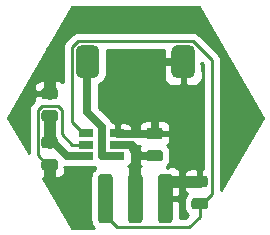
<source format=gbr>
%TF.GenerationSoftware,KiCad,Pcbnew,(5.1.6)-1*%
%TF.CreationDate,2021-11-11T19:19:45-05:00*%
%TF.ProjectId,sevenLEDboard,73657665-6e4c-4454-9462-6f6172642e6b,rev?*%
%TF.SameCoordinates,Original*%
%TF.FileFunction,Copper,L1,Top*%
%TF.FilePolarity,Positive*%
%FSLAX46Y46*%
G04 Gerber Fmt 4.6, Leading zero omitted, Abs format (unit mm)*
G04 Created by KiCad (PCBNEW (5.1.6)-1) date 2021-11-11 19:19:45*
%MOMM*%
%LPD*%
G01*
G04 APERTURE LIST*
%TA.AperFunction,SMDPad,CuDef*%
%ADD10R,1.220000X0.650000*%
%TD*%
%TA.AperFunction,ViaPad*%
%ADD11C,1.000000*%
%TD*%
%TA.AperFunction,Conductor*%
%ADD12C,0.650000*%
%TD*%
%TA.AperFunction,Conductor*%
%ADD13C,1.000000*%
%TD*%
%TA.AperFunction,Conductor*%
%ADD14C,0.250000*%
%TD*%
%TA.AperFunction,Conductor*%
%ADD15C,0.254000*%
%TD*%
G04 APERTURE END LIST*
%TO.P,L1,2*%
%TO.N,Net-(L1-Pad2)*%
%TA.AperFunction,SMDPad,CuDef*%
G36*
G01*
X142380000Y-73100000D02*
X142380000Y-74900000D01*
G75*
G02*
X141880000Y-75400000I-500000J0D01*
G01*
X140880000Y-75400000D01*
G75*
G02*
X140380000Y-74900000I0J500000D01*
G01*
X140380000Y-73100000D01*
G75*
G02*
X140880000Y-72600000I500000J0D01*
G01*
X141880000Y-72600000D01*
G75*
G02*
X142380000Y-73100000I0J-500000D01*
G01*
G37*
%TD.AperFunction*%
%TO.P,L1,1*%
%TO.N,VS*%
%TA.AperFunction,SMDPad,CuDef*%
G36*
G01*
X150480000Y-73100000D02*
X150480000Y-74900000D01*
G75*
G02*
X149980000Y-75400000I-500000J0D01*
G01*
X148980000Y-75400000D01*
G75*
G02*
X148480000Y-74900000I0J500000D01*
G01*
X148480000Y-73100000D01*
G75*
G02*
X148980000Y-72600000I500000J0D01*
G01*
X149980000Y-72600000D01*
G75*
G02*
X150480000Y-73100000I0J-500000D01*
G01*
G37*
%TD.AperFunction*%
%TD*%
%TO.P,J1,3*%
%TO.N,VS*%
%TA.AperFunction,SMDPad,CuDef*%
G36*
G01*
X147335000Y-87380500D02*
X147335000Y-83815500D01*
G75*
G02*
X147652500Y-83498000I317500J0D01*
G01*
X148287500Y-83498000D01*
G75*
G02*
X148605000Y-83815500I0J-317500D01*
G01*
X148605000Y-87380500D01*
G75*
G02*
X148287500Y-87698000I-317500J0D01*
G01*
X147652500Y-87698000D01*
G75*
G02*
X147335000Y-87380500I0J317500D01*
G01*
G37*
%TD.AperFunction*%
%TO.P,J1,2*%
%TO.N,GND*%
%TA.AperFunction,SMDPad,CuDef*%
G36*
G01*
X144795000Y-87380500D02*
X144795000Y-83815500D01*
G75*
G02*
X145112500Y-83498000I317500J0D01*
G01*
X145747500Y-83498000D01*
G75*
G02*
X146065000Y-83815500I0J-317500D01*
G01*
X146065000Y-87380500D01*
G75*
G02*
X145747500Y-87698000I-317500J0D01*
G01*
X145112500Y-87698000D01*
G75*
G02*
X144795000Y-87380500I0J317500D01*
G01*
G37*
%TD.AperFunction*%
%TO.P,J1,1*%
%TO.N,Net-(J1-Pad1)*%
%TA.AperFunction,SMDPad,CuDef*%
G36*
G01*
X142255000Y-87380500D02*
X142255000Y-83815500D01*
G75*
G02*
X142572500Y-83498000I317500J0D01*
G01*
X143207500Y-83498000D01*
G75*
G02*
X143525000Y-83815500I0J-317500D01*
G01*
X143525000Y-87380500D01*
G75*
G02*
X143207500Y-87698000I-317500J0D01*
G01*
X142572500Y-87698000D01*
G75*
G02*
X142255000Y-87380500I0J317500D01*
G01*
G37*
%TD.AperFunction*%
%TD*%
D10*
%TO.P,U1,6*%
%TO.N,Net-(C2-Pad1)*%
X141290000Y-81976000D03*
%TO.P,U1,5*%
%TO.N,Net-(D1-Pad2)*%
X141290000Y-81026000D03*
%TO.P,U1,4*%
%TO.N,Net-(J1-Pad1)*%
X141290000Y-80076000D03*
%TO.P,U1,3*%
%TO.N,VS*%
X143910000Y-80076000D03*
%TO.P,U1,2*%
%TO.N,GND*%
X143910000Y-81026000D03*
%TO.P,U1,1*%
%TO.N,Net-(L1-Pad2)*%
X143910000Y-81976000D03*
%TD*%
%TO.P,R2,2*%
%TO.N,Net-(D1-Pad2)*%
%TA.AperFunction,SMDPad,CuDef*%
G36*
G01*
X137719750Y-82238000D02*
X138632250Y-82238000D01*
G75*
G02*
X138876000Y-82481750I0J-243750D01*
G01*
X138876000Y-82969250D01*
G75*
G02*
X138632250Y-83213000I-243750J0D01*
G01*
X137719750Y-83213000D01*
G75*
G02*
X137476000Y-82969250I0J243750D01*
G01*
X137476000Y-82481750D01*
G75*
G02*
X137719750Y-82238000I243750J0D01*
G01*
G37*
%TD.AperFunction*%
%TO.P,R2,1*%
%TO.N,Net-(C2-Pad1)*%
%TA.AperFunction,SMDPad,CuDef*%
G36*
G01*
X137719750Y-80363000D02*
X138632250Y-80363000D01*
G75*
G02*
X138876000Y-80606750I0J-243750D01*
G01*
X138876000Y-81094250D01*
G75*
G02*
X138632250Y-81338000I-243750J0D01*
G01*
X137719750Y-81338000D01*
G75*
G02*
X137476000Y-81094250I0J243750D01*
G01*
X137476000Y-80606750D01*
G75*
G02*
X137719750Y-80363000I243750J0D01*
G01*
G37*
%TD.AperFunction*%
%TD*%
%TO.P,R1,2*%
%TO.N,VS*%
%TA.AperFunction,SMDPad,CuDef*%
G36*
G01*
X151332250Y-84640000D02*
X150419750Y-84640000D01*
G75*
G02*
X150176000Y-84396250I0J243750D01*
G01*
X150176000Y-83908750D01*
G75*
G02*
X150419750Y-83665000I243750J0D01*
G01*
X151332250Y-83665000D01*
G75*
G02*
X151576000Y-83908750I0J-243750D01*
G01*
X151576000Y-84396250D01*
G75*
G02*
X151332250Y-84640000I-243750J0D01*
G01*
G37*
%TD.AperFunction*%
%TO.P,R1,1*%
%TO.N,Net-(J1-Pad1)*%
%TA.AperFunction,SMDPad,CuDef*%
G36*
G01*
X151332250Y-86515000D02*
X150419750Y-86515000D01*
G75*
G02*
X150176000Y-86271250I0J243750D01*
G01*
X150176000Y-85783750D01*
G75*
G02*
X150419750Y-85540000I243750J0D01*
G01*
X151332250Y-85540000D01*
G75*
G02*
X151576000Y-85783750I0J-243750D01*
G01*
X151576000Y-86271250D01*
G75*
G02*
X151332250Y-86515000I-243750J0D01*
G01*
G37*
%TD.AperFunction*%
%TD*%
%TO.P,C2,2*%
%TO.N,GND*%
%TA.AperFunction,SMDPad,CuDef*%
G36*
G01*
X138632250Y-77195500D02*
X137719750Y-77195500D01*
G75*
G02*
X137476000Y-76951750I0J243750D01*
G01*
X137476000Y-76464250D01*
G75*
G02*
X137719750Y-76220500I243750J0D01*
G01*
X138632250Y-76220500D01*
G75*
G02*
X138876000Y-76464250I0J-243750D01*
G01*
X138876000Y-76951750D01*
G75*
G02*
X138632250Y-77195500I-243750J0D01*
G01*
G37*
%TD.AperFunction*%
%TO.P,C2,1*%
%TO.N,Net-(C2-Pad1)*%
%TA.AperFunction,SMDPad,CuDef*%
G36*
G01*
X138632250Y-79070500D02*
X137719750Y-79070500D01*
G75*
G02*
X137476000Y-78826750I0J243750D01*
G01*
X137476000Y-78339250D01*
G75*
G02*
X137719750Y-78095500I243750J0D01*
G01*
X138632250Y-78095500D01*
G75*
G02*
X138876000Y-78339250I0J-243750D01*
G01*
X138876000Y-78826750D01*
G75*
G02*
X138632250Y-79070500I-243750J0D01*
G01*
G37*
%TD.AperFunction*%
%TD*%
%TO.P,C1,2*%
%TO.N,GND*%
%TA.AperFunction,SMDPad,CuDef*%
G36*
G01*
X146609750Y-81476000D02*
X147522250Y-81476000D01*
G75*
G02*
X147766000Y-81719750I0J-243750D01*
G01*
X147766000Y-82207250D01*
G75*
G02*
X147522250Y-82451000I-243750J0D01*
G01*
X146609750Y-82451000D01*
G75*
G02*
X146366000Y-82207250I0J243750D01*
G01*
X146366000Y-81719750D01*
G75*
G02*
X146609750Y-81476000I243750J0D01*
G01*
G37*
%TD.AperFunction*%
%TO.P,C1,1*%
%TO.N,VS*%
%TA.AperFunction,SMDPad,CuDef*%
G36*
G01*
X146609750Y-79601000D02*
X147522250Y-79601000D01*
G75*
G02*
X147766000Y-79844750I0J-243750D01*
G01*
X147766000Y-80332250D01*
G75*
G02*
X147522250Y-80576000I-243750J0D01*
G01*
X146609750Y-80576000D01*
G75*
G02*
X146366000Y-80332250I0J243750D01*
G01*
X146366000Y-79844750D01*
G75*
G02*
X146609750Y-79601000I243750J0D01*
G01*
G37*
%TD.AperFunction*%
%TD*%
D11*
%TO.N,GND*%
X145430000Y-81500000D03*
X150200000Y-69880000D03*
X153162000Y-74676000D03*
X145430000Y-82916000D03*
%TO.N,Net-(D1-Pad2)*%
X138900000Y-84802200D03*
X140716000Y-87630000D03*
%TD*%
D12*
%TO.N,GND*%
X147066000Y-81963500D02*
X145430000Y-81963500D01*
X145170000Y-81026000D02*
X145430000Y-81286000D01*
X143910000Y-81026000D02*
X145170000Y-81026000D01*
D13*
X138176000Y-76708000D02*
X138176000Y-73470518D01*
D12*
X138176000Y-73470518D02*
X138176000Y-73044000D01*
X141340000Y-69880000D02*
X141055000Y-70165000D01*
X150200000Y-69880000D02*
X141340000Y-69880000D01*
X138176000Y-73044000D02*
X141055000Y-70165000D01*
X144956000Y-81026000D02*
X143910000Y-81026000D01*
X145430000Y-81500000D02*
X144956000Y-81026000D01*
X145893500Y-81963500D02*
X145430000Y-81500000D01*
X147066000Y-81963500D02*
X145893500Y-81963500D01*
D13*
X145430000Y-85598000D02*
X145430000Y-82916000D01*
D14*
%TO.N,VS*%
X146537500Y-80076000D02*
X146550000Y-80088500D01*
X143550000Y-80076000D02*
X146537500Y-80076000D01*
D12*
X143922500Y-80088500D02*
X143910000Y-80076000D01*
X147066000Y-80088500D02*
X143922500Y-80088500D01*
X147066000Y-80088500D02*
X147066000Y-74634000D01*
X147700000Y-74000000D02*
X149480000Y-74000000D01*
X147066000Y-74634000D02*
X147700000Y-74000000D01*
D13*
X150876000Y-84152500D02*
X147970000Y-84152500D01*
%TO.N,Net-(C2-Pad1)*%
X138176000Y-78583000D02*
X138176000Y-80850500D01*
D12*
X139684998Y-81976000D02*
X138559498Y-80850500D01*
X141290000Y-81976000D02*
X139684998Y-81976000D01*
D14*
%TO.N,Net-(D1-Pad2)*%
X140070000Y-81026000D02*
X141290000Y-81026000D01*
X139201010Y-80157010D02*
X140070000Y-81026000D01*
X139201010Y-78103660D02*
X139201010Y-80157010D01*
X138855340Y-77757990D02*
X139201010Y-78103660D01*
X137150990Y-78103660D02*
X137496660Y-77757990D01*
X137150990Y-81940990D02*
X137150990Y-78103660D01*
X137496660Y-77757990D02*
X138855340Y-77757990D01*
X137935500Y-82725500D02*
X137150990Y-81940990D01*
X138176000Y-82725500D02*
X137935500Y-82725500D01*
D13*
X138176000Y-84078200D02*
X138900000Y-84802200D01*
X138176000Y-82725500D02*
X138176000Y-84078200D01*
D12*
%TO.N,Net-(L1-Pad2)*%
X142650000Y-81976000D02*
X142600000Y-81926000D01*
X143910000Y-81976000D02*
X142650000Y-81976000D01*
X141380000Y-78285998D02*
X141380000Y-74000000D01*
X142600000Y-79505998D02*
X141380000Y-78285998D01*
X142600000Y-81926000D02*
X142600000Y-79505998D01*
D14*
%TO.N,Net-(J1-Pad1)*%
X150876000Y-86027500D02*
X151172500Y-86027500D01*
X151112500Y-86027500D02*
X150876000Y-86027500D01*
X151901010Y-85238990D02*
X151112500Y-86027500D01*
X151901010Y-73854268D02*
X151901010Y-85238990D01*
X150321732Y-72274990D02*
X151901010Y-73854268D01*
X140538268Y-72274990D02*
X150321732Y-72274990D01*
X140054990Y-72758268D02*
X140538268Y-72274990D01*
X140054990Y-79124990D02*
X140054990Y-72758268D01*
X141006000Y-80076000D02*
X140054990Y-79124990D01*
X141290000Y-80076000D02*
X141006000Y-80076000D01*
X150876000Y-87122000D02*
X150876000Y-86027500D01*
X143903010Y-88023010D02*
X149974990Y-88023010D01*
X142890000Y-87010000D02*
X143903010Y-88023010D01*
X149974990Y-88023010D02*
X150876000Y-87122000D01*
X142890000Y-85598000D02*
X142890000Y-87010000D01*
%TD*%
D15*
%TO.N,VS*%
G36*
X147845000Y-73714250D02*
G01*
X148003750Y-73873000D01*
X149353000Y-73873000D01*
X149353000Y-73853000D01*
X149607000Y-73853000D01*
X149607000Y-73873000D01*
X149627000Y-73873000D01*
X149627000Y-74127000D01*
X149607000Y-74127000D01*
X149607000Y-75876250D01*
X149765750Y-76035000D01*
X150480000Y-76038072D01*
X150604482Y-76025812D01*
X150724180Y-75989502D01*
X150834494Y-75930537D01*
X150931185Y-75851185D01*
X151010537Y-75754494D01*
X151069502Y-75644180D01*
X151105812Y-75524482D01*
X151118072Y-75400000D01*
X151115000Y-74285750D01*
X150956252Y-74127002D01*
X151098942Y-74127002D01*
X151141010Y-74169070D01*
X151141011Y-83050739D01*
X151003000Y-83188750D01*
X151003000Y-84025500D01*
X151023000Y-84025500D01*
X151023000Y-84279500D01*
X151003000Y-84279500D01*
X151003000Y-84299500D01*
X150749000Y-84299500D01*
X150749000Y-84279500D01*
X149699750Y-84279500D01*
X149541000Y-84438250D01*
X149537928Y-84640000D01*
X149550188Y-84764482D01*
X149586498Y-84884180D01*
X149645463Y-84994494D01*
X149724815Y-85091185D01*
X149802564Y-85154992D01*
X149796208Y-85160208D01*
X149686542Y-85293836D01*
X149605053Y-85446291D01*
X149554872Y-85611715D01*
X149537928Y-85783750D01*
X149537928Y-86271250D01*
X149554872Y-86443285D01*
X149605053Y-86608709D01*
X149686542Y-86761164D01*
X149796208Y-86894792D01*
X149923742Y-86999457D01*
X149674199Y-87249000D01*
X149242311Y-87249000D01*
X149240000Y-85883750D01*
X149081250Y-85725000D01*
X148097000Y-85725000D01*
X148097000Y-85745000D01*
X147843000Y-85745000D01*
X147843000Y-85725000D01*
X147823000Y-85725000D01*
X147823000Y-85471000D01*
X147843000Y-85471000D01*
X147843000Y-85451000D01*
X148097000Y-85451000D01*
X148097000Y-85471000D01*
X149081250Y-85471000D01*
X149240000Y-85312250D01*
X149242789Y-83665000D01*
X149537928Y-83665000D01*
X149541000Y-83866750D01*
X149699750Y-84025500D01*
X150749000Y-84025500D01*
X150749000Y-83188750D01*
X150590250Y-83030000D01*
X150176000Y-83026928D01*
X150051518Y-83039188D01*
X149931820Y-83075498D01*
X149821506Y-83134463D01*
X149724815Y-83213815D01*
X149645463Y-83310506D01*
X149586498Y-83420820D01*
X149550188Y-83540518D01*
X149537928Y-83665000D01*
X149242789Y-83665000D01*
X149243072Y-83498000D01*
X149230812Y-83373518D01*
X149194502Y-83253820D01*
X149135537Y-83143506D01*
X149056185Y-83046815D01*
X148959494Y-82967463D01*
X148849180Y-82908498D01*
X148729482Y-82872188D01*
X148605000Y-82859928D01*
X148255750Y-82863000D01*
X148097002Y-83021748D01*
X148097002Y-82870833D01*
X148145792Y-82830792D01*
X148255458Y-82697164D01*
X148336947Y-82544709D01*
X148387128Y-82379285D01*
X148404072Y-82207250D01*
X148404072Y-81719750D01*
X148387128Y-81547715D01*
X148336947Y-81382291D01*
X148255458Y-81229836D01*
X148145792Y-81096208D01*
X148139436Y-81090992D01*
X148217185Y-81027185D01*
X148296537Y-80930494D01*
X148355502Y-80820180D01*
X148391812Y-80700482D01*
X148404072Y-80576000D01*
X148401000Y-80374250D01*
X148242250Y-80215500D01*
X147193000Y-80215500D01*
X147193000Y-80235500D01*
X146939000Y-80235500D01*
X146939000Y-80215500D01*
X145889750Y-80215500D01*
X145802263Y-80302987D01*
X145705928Y-80223927D01*
X145539154Y-80134784D01*
X145358193Y-80079890D01*
X145217162Y-80066000D01*
X145217152Y-80066000D01*
X145170000Y-80061356D01*
X145155000Y-80062833D01*
X145155000Y-79948998D01*
X144996252Y-79948998D01*
X145155000Y-79790250D01*
X145158072Y-79751000D01*
X145145812Y-79626518D01*
X145138072Y-79601000D01*
X145727928Y-79601000D01*
X145731000Y-79802750D01*
X145889750Y-79961500D01*
X146939000Y-79961500D01*
X146939000Y-79124750D01*
X147193000Y-79124750D01*
X147193000Y-79961500D01*
X148242250Y-79961500D01*
X148401000Y-79802750D01*
X148404072Y-79601000D01*
X148391812Y-79476518D01*
X148355502Y-79356820D01*
X148296537Y-79246506D01*
X148217185Y-79149815D01*
X148120494Y-79070463D01*
X148010180Y-79011498D01*
X147890482Y-78975188D01*
X147766000Y-78962928D01*
X147351750Y-78966000D01*
X147193000Y-79124750D01*
X146939000Y-79124750D01*
X146780250Y-78966000D01*
X146366000Y-78962928D01*
X146241518Y-78975188D01*
X146121820Y-79011498D01*
X146011506Y-79070463D01*
X145914815Y-79149815D01*
X145835463Y-79246506D01*
X145776498Y-79356820D01*
X145740188Y-79476518D01*
X145727928Y-79601000D01*
X145138072Y-79601000D01*
X145109502Y-79506820D01*
X145050537Y-79396506D01*
X144971185Y-79299815D01*
X144874494Y-79220463D01*
X144764180Y-79161498D01*
X144644482Y-79125188D01*
X144520000Y-79112928D01*
X144195750Y-79116000D01*
X144037000Y-79274750D01*
X144037000Y-79949000D01*
X144057000Y-79949000D01*
X144057000Y-80062928D01*
X143763000Y-80062928D01*
X143763000Y-79949000D01*
X143783000Y-79949000D01*
X143783000Y-79274750D01*
X143624250Y-79116000D01*
X143479341Y-79114627D01*
X143402073Y-78970070D01*
X143282107Y-78823891D01*
X143245474Y-78793827D01*
X142340000Y-77888354D01*
X142340000Y-75938357D01*
X142512279Y-75846272D01*
X142684738Y-75704738D01*
X142826272Y-75532279D01*
X142896976Y-75400000D01*
X147841928Y-75400000D01*
X147854188Y-75524482D01*
X147890498Y-75644180D01*
X147949463Y-75754494D01*
X148028815Y-75851185D01*
X148125506Y-75930537D01*
X148235820Y-75989502D01*
X148355518Y-76025812D01*
X148480000Y-76038072D01*
X149194250Y-76035000D01*
X149353000Y-75876250D01*
X149353000Y-74127000D01*
X148003750Y-74127000D01*
X147845000Y-74285750D01*
X147841928Y-75400000D01*
X142896976Y-75400000D01*
X142931441Y-75335521D01*
X142996204Y-75122027D01*
X143018072Y-74900000D01*
X143018072Y-73100000D01*
X143011669Y-73034990D01*
X147843127Y-73034990D01*
X147845000Y-73714250D01*
G37*
X147845000Y-73714250D02*
X148003750Y-73873000D01*
X149353000Y-73873000D01*
X149353000Y-73853000D01*
X149607000Y-73853000D01*
X149607000Y-73873000D01*
X149627000Y-73873000D01*
X149627000Y-74127000D01*
X149607000Y-74127000D01*
X149607000Y-75876250D01*
X149765750Y-76035000D01*
X150480000Y-76038072D01*
X150604482Y-76025812D01*
X150724180Y-75989502D01*
X150834494Y-75930537D01*
X150931185Y-75851185D01*
X151010537Y-75754494D01*
X151069502Y-75644180D01*
X151105812Y-75524482D01*
X151118072Y-75400000D01*
X151115000Y-74285750D01*
X150956252Y-74127002D01*
X151098942Y-74127002D01*
X151141010Y-74169070D01*
X151141011Y-83050739D01*
X151003000Y-83188750D01*
X151003000Y-84025500D01*
X151023000Y-84025500D01*
X151023000Y-84279500D01*
X151003000Y-84279500D01*
X151003000Y-84299500D01*
X150749000Y-84299500D01*
X150749000Y-84279500D01*
X149699750Y-84279500D01*
X149541000Y-84438250D01*
X149537928Y-84640000D01*
X149550188Y-84764482D01*
X149586498Y-84884180D01*
X149645463Y-84994494D01*
X149724815Y-85091185D01*
X149802564Y-85154992D01*
X149796208Y-85160208D01*
X149686542Y-85293836D01*
X149605053Y-85446291D01*
X149554872Y-85611715D01*
X149537928Y-85783750D01*
X149537928Y-86271250D01*
X149554872Y-86443285D01*
X149605053Y-86608709D01*
X149686542Y-86761164D01*
X149796208Y-86894792D01*
X149923742Y-86999457D01*
X149674199Y-87249000D01*
X149242311Y-87249000D01*
X149240000Y-85883750D01*
X149081250Y-85725000D01*
X148097000Y-85725000D01*
X148097000Y-85745000D01*
X147843000Y-85745000D01*
X147843000Y-85725000D01*
X147823000Y-85725000D01*
X147823000Y-85471000D01*
X147843000Y-85471000D01*
X147843000Y-85451000D01*
X148097000Y-85451000D01*
X148097000Y-85471000D01*
X149081250Y-85471000D01*
X149240000Y-85312250D01*
X149242789Y-83665000D01*
X149537928Y-83665000D01*
X149541000Y-83866750D01*
X149699750Y-84025500D01*
X150749000Y-84025500D01*
X150749000Y-83188750D01*
X150590250Y-83030000D01*
X150176000Y-83026928D01*
X150051518Y-83039188D01*
X149931820Y-83075498D01*
X149821506Y-83134463D01*
X149724815Y-83213815D01*
X149645463Y-83310506D01*
X149586498Y-83420820D01*
X149550188Y-83540518D01*
X149537928Y-83665000D01*
X149242789Y-83665000D01*
X149243072Y-83498000D01*
X149230812Y-83373518D01*
X149194502Y-83253820D01*
X149135537Y-83143506D01*
X149056185Y-83046815D01*
X148959494Y-82967463D01*
X148849180Y-82908498D01*
X148729482Y-82872188D01*
X148605000Y-82859928D01*
X148255750Y-82863000D01*
X148097002Y-83021748D01*
X148097002Y-82870833D01*
X148145792Y-82830792D01*
X148255458Y-82697164D01*
X148336947Y-82544709D01*
X148387128Y-82379285D01*
X148404072Y-82207250D01*
X148404072Y-81719750D01*
X148387128Y-81547715D01*
X148336947Y-81382291D01*
X148255458Y-81229836D01*
X148145792Y-81096208D01*
X148139436Y-81090992D01*
X148217185Y-81027185D01*
X148296537Y-80930494D01*
X148355502Y-80820180D01*
X148391812Y-80700482D01*
X148404072Y-80576000D01*
X148401000Y-80374250D01*
X148242250Y-80215500D01*
X147193000Y-80215500D01*
X147193000Y-80235500D01*
X146939000Y-80235500D01*
X146939000Y-80215500D01*
X145889750Y-80215500D01*
X145802263Y-80302987D01*
X145705928Y-80223927D01*
X145539154Y-80134784D01*
X145358193Y-80079890D01*
X145217162Y-80066000D01*
X145217152Y-80066000D01*
X145170000Y-80061356D01*
X145155000Y-80062833D01*
X145155000Y-79948998D01*
X144996252Y-79948998D01*
X145155000Y-79790250D01*
X145158072Y-79751000D01*
X145145812Y-79626518D01*
X145138072Y-79601000D01*
X145727928Y-79601000D01*
X145731000Y-79802750D01*
X145889750Y-79961500D01*
X146939000Y-79961500D01*
X146939000Y-79124750D01*
X147193000Y-79124750D01*
X147193000Y-79961500D01*
X148242250Y-79961500D01*
X148401000Y-79802750D01*
X148404072Y-79601000D01*
X148391812Y-79476518D01*
X148355502Y-79356820D01*
X148296537Y-79246506D01*
X148217185Y-79149815D01*
X148120494Y-79070463D01*
X148010180Y-79011498D01*
X147890482Y-78975188D01*
X147766000Y-78962928D01*
X147351750Y-78966000D01*
X147193000Y-79124750D01*
X146939000Y-79124750D01*
X146780250Y-78966000D01*
X146366000Y-78962928D01*
X146241518Y-78975188D01*
X146121820Y-79011498D01*
X146011506Y-79070463D01*
X145914815Y-79149815D01*
X145835463Y-79246506D01*
X145776498Y-79356820D01*
X145740188Y-79476518D01*
X145727928Y-79601000D01*
X145138072Y-79601000D01*
X145109502Y-79506820D01*
X145050537Y-79396506D01*
X144971185Y-79299815D01*
X144874494Y-79220463D01*
X144764180Y-79161498D01*
X144644482Y-79125188D01*
X144520000Y-79112928D01*
X144195750Y-79116000D01*
X144037000Y-79274750D01*
X144037000Y-79949000D01*
X144057000Y-79949000D01*
X144057000Y-80062928D01*
X143763000Y-80062928D01*
X143763000Y-79949000D01*
X143783000Y-79949000D01*
X143783000Y-79274750D01*
X143624250Y-79116000D01*
X143479341Y-79114627D01*
X143402073Y-78970070D01*
X143282107Y-78823891D01*
X143245474Y-78793827D01*
X142340000Y-77888354D01*
X142340000Y-75938357D01*
X142512279Y-75846272D01*
X142684738Y-75704738D01*
X142826272Y-75532279D01*
X142896976Y-75400000D01*
X147841928Y-75400000D01*
X147854188Y-75524482D01*
X147890498Y-75644180D01*
X147949463Y-75754494D01*
X148028815Y-75851185D01*
X148125506Y-75930537D01*
X148235820Y-75989502D01*
X148355518Y-76025812D01*
X148480000Y-76038072D01*
X149194250Y-76035000D01*
X149353000Y-75876250D01*
X149353000Y-74127000D01*
X148003750Y-74127000D01*
X147845000Y-74285750D01*
X147841928Y-75400000D01*
X142896976Y-75400000D01*
X142931441Y-75335521D01*
X142996204Y-75122027D01*
X143018072Y-74900000D01*
X143018072Y-73100000D01*
X143011669Y-73034990D01*
X147843127Y-73034990D01*
X147845000Y-73714250D01*
%TO.N,GND*%
G36*
X145776498Y-81231820D02*
G01*
X145740188Y-81351518D01*
X145727928Y-81476000D01*
X145731000Y-81677750D01*
X145889750Y-81836500D01*
X146939000Y-81836500D01*
X146939000Y-82090500D01*
X145889750Y-82090500D01*
X145731000Y-82249250D01*
X145727928Y-82451000D01*
X145740188Y-82575482D01*
X145776498Y-82695180D01*
X145835463Y-82805494D01*
X145881461Y-82861542D01*
X145715750Y-82863000D01*
X145557000Y-83021750D01*
X145557000Y-85471000D01*
X145577000Y-85471000D01*
X145577000Y-85725000D01*
X145557000Y-85725000D01*
X145557000Y-85745000D01*
X145303000Y-85745000D01*
X145303000Y-85725000D01*
X145283000Y-85725000D01*
X145283000Y-85471000D01*
X145303000Y-85471000D01*
X145303000Y-83021750D01*
X145144250Y-82863000D01*
X144820952Y-82860156D01*
X144874494Y-82831537D01*
X144971185Y-82752185D01*
X145050537Y-82655494D01*
X145109502Y-82545180D01*
X145145812Y-82425482D01*
X145158072Y-82301000D01*
X145158072Y-81651000D01*
X145145812Y-81526518D01*
X145138071Y-81501000D01*
X145145812Y-81475482D01*
X145158072Y-81351000D01*
X145155000Y-81311750D01*
X144996252Y-81153002D01*
X145155000Y-81153002D01*
X145155000Y-81153000D01*
X145818629Y-81153000D01*
X145776498Y-81231820D01*
G37*
X145776498Y-81231820D02*
X145740188Y-81351518D01*
X145727928Y-81476000D01*
X145731000Y-81677750D01*
X145889750Y-81836500D01*
X146939000Y-81836500D01*
X146939000Y-82090500D01*
X145889750Y-82090500D01*
X145731000Y-82249250D01*
X145727928Y-82451000D01*
X145740188Y-82575482D01*
X145776498Y-82695180D01*
X145835463Y-82805494D01*
X145881461Y-82861542D01*
X145715750Y-82863000D01*
X145557000Y-83021750D01*
X145557000Y-85471000D01*
X145577000Y-85471000D01*
X145577000Y-85725000D01*
X145557000Y-85725000D01*
X145557000Y-85745000D01*
X145303000Y-85745000D01*
X145303000Y-85725000D01*
X145283000Y-85725000D01*
X145283000Y-85471000D01*
X145303000Y-85471000D01*
X145303000Y-83021750D01*
X145144250Y-82863000D01*
X144820952Y-82860156D01*
X144874494Y-82831537D01*
X144971185Y-82752185D01*
X145050537Y-82655494D01*
X145109502Y-82545180D01*
X145145812Y-82425482D01*
X145158072Y-82301000D01*
X145158072Y-81651000D01*
X145145812Y-81526518D01*
X145138071Y-81501000D01*
X145145812Y-81475482D01*
X145158072Y-81351000D01*
X145155000Y-81311750D01*
X144996252Y-81153002D01*
X145155000Y-81153002D01*
X145155000Y-81153000D01*
X145818629Y-81153000D01*
X145776498Y-81231820D01*
G36*
X156214914Y-78740000D02*
G01*
X152661010Y-84896080D01*
X152661010Y-73891590D01*
X152664686Y-73854267D01*
X152661010Y-73816944D01*
X152661010Y-73816935D01*
X152650013Y-73705282D01*
X152606556Y-73562021D01*
X152535984Y-73429992D01*
X152441011Y-73314267D01*
X152412014Y-73290470D01*
X150885536Y-71763993D01*
X150861733Y-71734989D01*
X150746008Y-71640016D01*
X150613979Y-71569444D01*
X150470718Y-71525987D01*
X150359065Y-71514990D01*
X150359054Y-71514990D01*
X150321732Y-71511314D01*
X150284410Y-71514990D01*
X140575590Y-71514990D01*
X140538267Y-71511314D01*
X140500944Y-71514990D01*
X140500935Y-71514990D01*
X140389282Y-71525987D01*
X140246021Y-71569444D01*
X140113992Y-71640016D01*
X139998267Y-71734989D01*
X139974464Y-71763993D01*
X139543988Y-72194469D01*
X139514990Y-72218267D01*
X139491192Y-72247265D01*
X139491191Y-72247266D01*
X139420016Y-72333992D01*
X139349444Y-72466022D01*
X139305988Y-72609283D01*
X139291314Y-72758268D01*
X139294991Y-72795600D01*
X139294991Y-75742894D01*
X139230494Y-75689963D01*
X139120180Y-75630998D01*
X139000482Y-75594688D01*
X138876000Y-75582428D01*
X138461750Y-75585500D01*
X138303000Y-75744250D01*
X138303000Y-76581000D01*
X138323000Y-76581000D01*
X138323000Y-76835000D01*
X138303000Y-76835000D01*
X138303000Y-76855000D01*
X138049000Y-76855000D01*
X138049000Y-76835000D01*
X136999750Y-76835000D01*
X136841000Y-76993750D01*
X136837928Y-77195500D01*
X136850188Y-77319982D01*
X136852441Y-77327408D01*
X136639988Y-77539861D01*
X136610990Y-77563659D01*
X136587192Y-77592657D01*
X136587191Y-77592658D01*
X136516016Y-77679384D01*
X136445444Y-77811414D01*
X136442442Y-77821312D01*
X136401989Y-77954673D01*
X136401988Y-77954675D01*
X136387314Y-78103660D01*
X136390991Y-78140992D01*
X136390990Y-81764260D01*
X134645085Y-78740000D01*
X136099592Y-76220500D01*
X136837928Y-76220500D01*
X136841000Y-76422250D01*
X136999750Y-76581000D01*
X138049000Y-76581000D01*
X138049000Y-75744250D01*
X137890250Y-75585500D01*
X137476000Y-75582428D01*
X137351518Y-75594688D01*
X137231820Y-75630998D01*
X137121506Y-75689963D01*
X137024815Y-75769315D01*
X136945463Y-75866006D01*
X136886498Y-75976320D01*
X136850188Y-76096018D01*
X136837928Y-76220500D01*
X136099592Y-76220500D01*
X140037068Y-69400000D01*
X150822933Y-69400000D01*
X156214914Y-78740000D01*
G37*
X156214914Y-78740000D02*
X152661010Y-84896080D01*
X152661010Y-73891590D01*
X152664686Y-73854267D01*
X152661010Y-73816944D01*
X152661010Y-73816935D01*
X152650013Y-73705282D01*
X152606556Y-73562021D01*
X152535984Y-73429992D01*
X152441011Y-73314267D01*
X152412014Y-73290470D01*
X150885536Y-71763993D01*
X150861733Y-71734989D01*
X150746008Y-71640016D01*
X150613979Y-71569444D01*
X150470718Y-71525987D01*
X150359065Y-71514990D01*
X150359054Y-71514990D01*
X150321732Y-71511314D01*
X150284410Y-71514990D01*
X140575590Y-71514990D01*
X140538267Y-71511314D01*
X140500944Y-71514990D01*
X140500935Y-71514990D01*
X140389282Y-71525987D01*
X140246021Y-71569444D01*
X140113992Y-71640016D01*
X139998267Y-71734989D01*
X139974464Y-71763993D01*
X139543988Y-72194469D01*
X139514990Y-72218267D01*
X139491192Y-72247265D01*
X139491191Y-72247266D01*
X139420016Y-72333992D01*
X139349444Y-72466022D01*
X139305988Y-72609283D01*
X139291314Y-72758268D01*
X139294991Y-72795600D01*
X139294991Y-75742894D01*
X139230494Y-75689963D01*
X139120180Y-75630998D01*
X139000482Y-75594688D01*
X138876000Y-75582428D01*
X138461750Y-75585500D01*
X138303000Y-75744250D01*
X138303000Y-76581000D01*
X138323000Y-76581000D01*
X138323000Y-76835000D01*
X138303000Y-76835000D01*
X138303000Y-76855000D01*
X138049000Y-76855000D01*
X138049000Y-76835000D01*
X136999750Y-76835000D01*
X136841000Y-76993750D01*
X136837928Y-77195500D01*
X136850188Y-77319982D01*
X136852441Y-77327408D01*
X136639988Y-77539861D01*
X136610990Y-77563659D01*
X136587192Y-77592657D01*
X136587191Y-77592658D01*
X136516016Y-77679384D01*
X136445444Y-77811414D01*
X136442442Y-77821312D01*
X136401989Y-77954673D01*
X136401988Y-77954675D01*
X136387314Y-78103660D01*
X136390991Y-78140992D01*
X136390990Y-81764260D01*
X134645085Y-78740000D01*
X136099592Y-76220500D01*
X136837928Y-76220500D01*
X136841000Y-76422250D01*
X136999750Y-76581000D01*
X138049000Y-76581000D01*
X138049000Y-75744250D01*
X137890250Y-75585500D01*
X137476000Y-75582428D01*
X137351518Y-75594688D01*
X137231820Y-75630998D01*
X137121506Y-75689963D01*
X137024815Y-75769315D01*
X136945463Y-75866006D01*
X136886498Y-75976320D01*
X136850188Y-76096018D01*
X136837928Y-76220500D01*
X136099592Y-76220500D01*
X140037068Y-69400000D01*
X150822933Y-69400000D01*
X156214914Y-78740000D01*
%TO.N,Net-(D1-Pad2)*%
G36*
X138323000Y-82852500D02*
G01*
X138303000Y-82852500D01*
X138303000Y-83689250D01*
X138461750Y-83848000D01*
X138876000Y-83851072D01*
X139000482Y-83838812D01*
X139120180Y-83802502D01*
X139230494Y-83743537D01*
X139327185Y-83664185D01*
X139406537Y-83567494D01*
X139465502Y-83457180D01*
X139501812Y-83337482D01*
X139514072Y-83213000D01*
X139511000Y-83011250D01*
X139389226Y-82889476D01*
X139496805Y-82922110D01*
X139637836Y-82936000D01*
X139637845Y-82936000D01*
X139684997Y-82940644D01*
X139732149Y-82936000D01*
X140648808Y-82936000D01*
X140680000Y-82939072D01*
X141900000Y-82939072D01*
X141973000Y-82931882D01*
X141973000Y-83077280D01*
X141896809Y-83139809D01*
X141777971Y-83284613D01*
X141689667Y-83449818D01*
X141635289Y-83629077D01*
X141616928Y-83815500D01*
X141616928Y-87380500D01*
X141635289Y-87566923D01*
X141689667Y-87746182D01*
X141777971Y-87911387D01*
X141896809Y-88056191D01*
X141925820Y-88080000D01*
X140037068Y-88080000D01*
X137595197Y-83850188D01*
X137890250Y-83848000D01*
X138049000Y-83689250D01*
X138049000Y-82852500D01*
X138029000Y-82852500D01*
X138029000Y-82727000D01*
X138323000Y-82727000D01*
X138323000Y-82852500D01*
G37*
X138323000Y-82852500D02*
X138303000Y-82852500D01*
X138303000Y-83689250D01*
X138461750Y-83848000D01*
X138876000Y-83851072D01*
X139000482Y-83838812D01*
X139120180Y-83802502D01*
X139230494Y-83743537D01*
X139327185Y-83664185D01*
X139406537Y-83567494D01*
X139465502Y-83457180D01*
X139501812Y-83337482D01*
X139514072Y-83213000D01*
X139511000Y-83011250D01*
X139389226Y-82889476D01*
X139496805Y-82922110D01*
X139637836Y-82936000D01*
X139637845Y-82936000D01*
X139684997Y-82940644D01*
X139732149Y-82936000D01*
X140648808Y-82936000D01*
X140680000Y-82939072D01*
X141900000Y-82939072D01*
X141973000Y-82931882D01*
X141973000Y-83077280D01*
X141896809Y-83139809D01*
X141777971Y-83284613D01*
X141689667Y-83449818D01*
X141635289Y-83629077D01*
X141616928Y-83815500D01*
X141616928Y-87380500D01*
X141635289Y-87566923D01*
X141689667Y-87746182D01*
X141777971Y-87911387D01*
X141896809Y-88056191D01*
X141925820Y-88080000D01*
X140037068Y-88080000D01*
X137595197Y-83850188D01*
X137890250Y-83848000D01*
X138049000Y-83689250D01*
X138049000Y-82852500D01*
X138029000Y-82852500D01*
X138029000Y-82727000D01*
X138323000Y-82727000D01*
X138323000Y-82852500D01*
%TD*%
M02*

</source>
